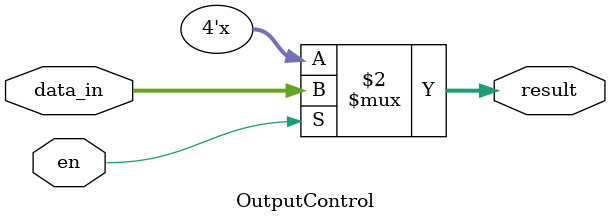
<source format=sv>
module EnabledNOT(
    input wire clk,        // 添加时钟信号用于流水线寄存器
    input wire rst_n,      // 添加复位信号
    input wire en,
    input wire [3:0] src,
    output wire [3:0] result
);
    // 内部信号定义 - 重新组织数据流路径
    wire [3:0] inverted_data_stage1;
    reg  [3:0] inverted_data_reg;  // 流水线寄存器
    reg  en_reg;                   // 流水线使能寄存器
    
    // 第一阶段 - 数据反转
    NOT_Core #(.DATA_WIDTH(4)) not_logic_inst (
        .src(src),
        .inverted_data(inverted_data_stage1)
    );
    
    // 流水线寄存器 - 分割数据路径
    always @(posedge clk or negedge rst_n) begin
        if (!rst_n) begin
            inverted_data_reg <= 4'b0;
            en_reg <= 1'b0;
        end else begin
            inverted_data_reg <= inverted_data_stage1;
            en_reg <= en;
        end
    end
    
    // 第二阶段 - 输出控制
    OutputControl #(.DATA_WIDTH(4)) output_ctrl_inst (
        .en(en_reg),
        .data_in(inverted_data_reg),
        .result(result)
    );
    
endmodule

// 优化的NOT逻辑核心子模块
module NOT_Core #(
    parameter DATA_WIDTH = 4
)(
    input wire [DATA_WIDTH-1:0] src,
    output wire [DATA_WIDTH-1:0] inverted_data
);
    // 并行优化实现，减少逻辑深度
    assign inverted_data = ~src;
endmodule

// 优化的输出控制子模块
module OutputControl #(
    parameter DATA_WIDTH = 4
)(
    input wire en,
    input wire [DATA_WIDTH-1:0] data_in,
    output reg [DATA_WIDTH-1:0] result
);
    // 使用寄存器输出，提高驱动能力并改善时序
    always @(*) begin
        result = en ? data_in : {DATA_WIDTH{1'bz}};
    end
endmodule
</source>
